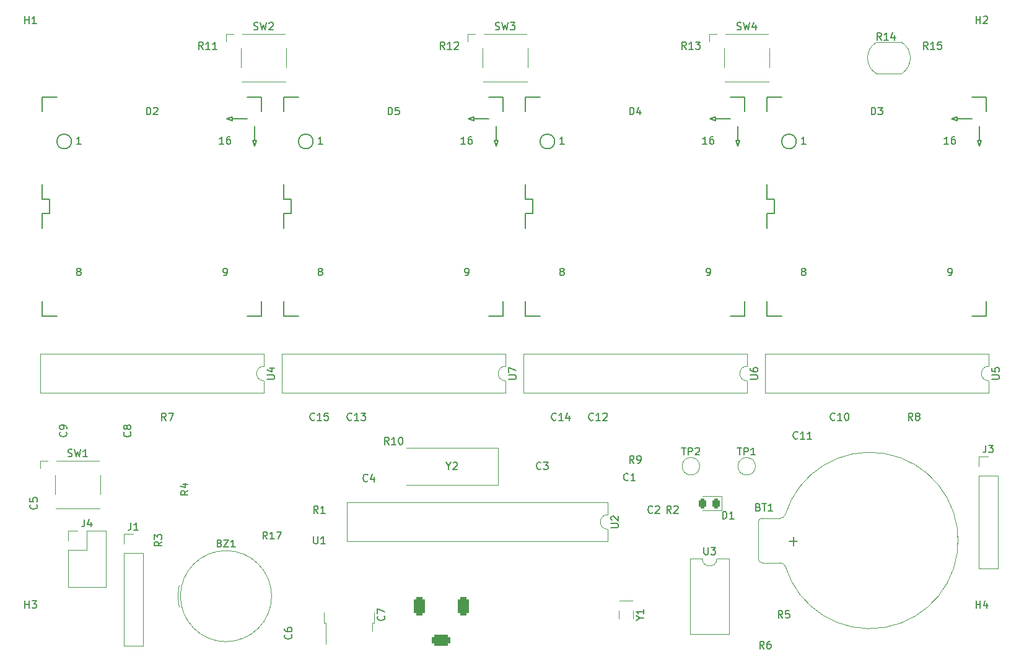
<source format=gbr>
%TF.GenerationSoftware,KiCad,Pcbnew,(6.0.5-0)*%
%TF.CreationDate,2022-07-22T01:22:38-04:00*%
%TF.ProjectId,YWS_clock,5957535f-636c-46f6-936b-2e6b69636164,rev?*%
%TF.SameCoordinates,PX4b17a20PY8a12ae0*%
%TF.FileFunction,Legend,Top*%
%TF.FilePolarity,Positive*%
%FSLAX46Y46*%
G04 Gerber Fmt 4.6, Leading zero omitted, Abs format (unit mm)*
G04 Created by KiCad (PCBNEW (6.0.5-0)) date 2022-07-22 01:22:38*
%MOMM*%
%LPD*%
G01*
G04 APERTURE LIST*
G04 Aperture macros list*
%AMRoundRect*
0 Rectangle with rounded corners*
0 $1 Rounding radius*
0 $2 $3 $4 $5 $6 $7 $8 $9 X,Y pos of 4 corners*
0 Add a 4 corners polygon primitive as box body*
4,1,4,$2,$3,$4,$5,$6,$7,$8,$9,$2,$3,0*
0 Add four circle primitives for the rounded corners*
1,1,$1+$1,$2,$3*
1,1,$1+$1,$4,$5*
1,1,$1+$1,$6,$7*
1,1,$1+$1,$8,$9*
0 Add four rect primitives between the rounded corners*
20,1,$1+$1,$2,$3,$4,$5,0*
20,1,$1+$1,$4,$5,$6,$7,0*
20,1,$1+$1,$6,$7,$8,$9,0*
20,1,$1+$1,$8,$9,$2,$3,0*%
G04 Aperture macros list end*
%ADD10C,0.150000*%
%ADD11C,0.120000*%
%ADD12R,1.600000X1.600000*%
%ADD13O,1.600000X1.600000*%
%ADD14C,2.000000*%
%ADD15R,2.000000X2.000000*%
%ADD16C,3.200000*%
%ADD17R,1.400000X1.150000*%
%ADD18R,1.800000X1.000000*%
%ADD19C,1.524000*%
%ADD20R,1.150000X1.400000*%
%ADD21R,1.700000X1.700000*%
%ADD22O,1.700000X1.700000*%
%ADD23R,1.600000X1.400000*%
%ADD24RoundRect,0.400000X0.400000X-0.900000X0.400000X0.900000X-0.400000X0.900000X-0.400000X-0.900000X0*%
%ADD25RoundRect,0.400000X0.900000X-0.400000X0.900000X0.400000X-0.900000X0.400000X-0.900000X-0.400000X0*%
%ADD26C,1.600000*%
%ADD27R,4.500000X2.000000*%
%ADD28R,1.200000X2.200000*%
%ADD29R,5.800000X6.400000*%
%ADD30R,3.000000X3.000000*%
%ADD31C,3.000000*%
%ADD32RoundRect,0.243750X0.243750X0.456250X-0.243750X0.456250X-0.243750X-0.456250X0.243750X-0.456250X0*%
G04 APERTURE END LIST*
D10*
%TO.C,U5*%
X137677380Y39868096D02*
X138486904Y39868096D01*
X138582142Y39915715D01*
X138629761Y39963334D01*
X138677380Y40058572D01*
X138677380Y40249048D01*
X138629761Y40344286D01*
X138582142Y40391905D01*
X138486904Y40439524D01*
X137677380Y40439524D01*
X137677380Y41391905D02*
X137677380Y40915715D01*
X138153571Y40868096D01*
X138105952Y40915715D01*
X138058333Y41010953D01*
X138058333Y41249048D01*
X138105952Y41344286D01*
X138153571Y41391905D01*
X138248809Y41439524D01*
X138486904Y41439524D01*
X138582142Y41391905D01*
X138629761Y41344286D01*
X138677380Y41249048D01*
X138677380Y41010953D01*
X138629761Y40915715D01*
X138582142Y40868096D01*
%TO.C,TP1*%
X102878095Y30485620D02*
X103449523Y30485620D01*
X103163809Y29485620D02*
X103163809Y30485620D01*
X103782857Y29485620D02*
X103782857Y30485620D01*
X104163809Y30485620D01*
X104259047Y30438000D01*
X104306666Y30390381D01*
X104354285Y30295143D01*
X104354285Y30152286D01*
X104306666Y30057048D01*
X104259047Y30009429D01*
X104163809Y29961810D01*
X103782857Y29961810D01*
X105306666Y29485620D02*
X104735238Y29485620D01*
X105020952Y29485620D02*
X105020952Y30485620D01*
X104925714Y30342762D01*
X104830476Y30247524D01*
X104735238Y30199905D01*
%TO.C,BZ1*%
X32099047Y17401429D02*
X32241904Y17353810D01*
X32289523Y17306191D01*
X32337142Y17210953D01*
X32337142Y17068096D01*
X32289523Y16972858D01*
X32241904Y16925239D01*
X32146666Y16877620D01*
X31765714Y16877620D01*
X31765714Y17877620D01*
X32099047Y17877620D01*
X32194285Y17830000D01*
X32241904Y17782381D01*
X32289523Y17687143D01*
X32289523Y17591905D01*
X32241904Y17496667D01*
X32194285Y17449048D01*
X32099047Y17401429D01*
X31765714Y17401429D01*
X32670476Y17877620D02*
X33337142Y17877620D01*
X32670476Y16877620D01*
X33337142Y16877620D01*
X34241904Y16877620D02*
X33670476Y16877620D01*
X33956190Y16877620D02*
X33956190Y17877620D01*
X33860952Y17734762D01*
X33765714Y17639524D01*
X33670476Y17591905D01*
%TO.C,H4*%
X135498095Y8527620D02*
X135498095Y9527620D01*
X135498095Y9051429D02*
X136069523Y9051429D01*
X136069523Y8527620D02*
X136069523Y9527620D01*
X136974285Y9194286D02*
X136974285Y8527620D01*
X136736190Y9575239D02*
X136498095Y8860953D01*
X137117142Y8860953D01*
%TO.C,C9*%
X11137142Y32613334D02*
X11184761Y32565715D01*
X11232380Y32422858D01*
X11232380Y32327620D01*
X11184761Y32184762D01*
X11089523Y32089524D01*
X10994285Y32041905D01*
X10803809Y31994286D01*
X10660952Y31994286D01*
X10470476Y32041905D01*
X10375238Y32089524D01*
X10280000Y32184762D01*
X10232380Y32327620D01*
X10232380Y32422858D01*
X10280000Y32565715D01*
X10327619Y32613334D01*
X11232380Y33089524D02*
X11232380Y33280000D01*
X11184761Y33375239D01*
X11137142Y33422858D01*
X10994285Y33518096D01*
X10803809Y33565715D01*
X10422857Y33565715D01*
X10327619Y33518096D01*
X10280000Y33470477D01*
X10232380Y33375239D01*
X10232380Y33184762D01*
X10280000Y33089524D01*
X10327619Y33041905D01*
X10422857Y32994286D01*
X10660952Y32994286D01*
X10756190Y33041905D01*
X10803809Y33089524D01*
X10851428Y33184762D01*
X10851428Y33375239D01*
X10803809Y33470477D01*
X10756190Y33518096D01*
X10660952Y33565715D01*
%TO.C,C6*%
X41887142Y4913334D02*
X41934761Y4865715D01*
X41982380Y4722858D01*
X41982380Y4627620D01*
X41934761Y4484762D01*
X41839523Y4389524D01*
X41744285Y4341905D01*
X41553809Y4294286D01*
X41410952Y4294286D01*
X41220476Y4341905D01*
X41125238Y4389524D01*
X41030000Y4484762D01*
X40982380Y4627620D01*
X40982380Y4722858D01*
X41030000Y4865715D01*
X41077619Y4913334D01*
X40982380Y5770477D02*
X40982380Y5580000D01*
X41030000Y5484762D01*
X41077619Y5437143D01*
X41220476Y5341905D01*
X41410952Y5294286D01*
X41791904Y5294286D01*
X41887142Y5341905D01*
X41934761Y5389524D01*
X41982380Y5484762D01*
X41982380Y5675239D01*
X41934761Y5770477D01*
X41887142Y5818096D01*
X41791904Y5865715D01*
X41553809Y5865715D01*
X41458571Y5818096D01*
X41410952Y5770477D01*
X41363333Y5675239D01*
X41363333Y5484762D01*
X41410952Y5389524D01*
X41458571Y5341905D01*
X41553809Y5294286D01*
%TO.C,Y1*%
X89576190Y7143810D02*
X90052380Y7143810D01*
X89052380Y6810477D02*
X89576190Y7143810D01*
X89052380Y7477143D01*
X90052380Y8334286D02*
X90052380Y7762858D01*
X90052380Y8048572D02*
X89052380Y8048572D01*
X89195238Y7953334D01*
X89290476Y7858096D01*
X89338095Y7762858D01*
%TO.C,U3*%
X98308095Y16837620D02*
X98308095Y16028096D01*
X98355714Y15932858D01*
X98403333Y15885239D01*
X98498571Y15837620D01*
X98689047Y15837620D01*
X98784285Y15885239D01*
X98831904Y15932858D01*
X98879523Y16028096D01*
X98879523Y16837620D01*
X99260476Y16837620D02*
X99879523Y16837620D01*
X99546190Y16456667D01*
X99689047Y16456667D01*
X99784285Y16409048D01*
X99831904Y16361429D01*
X99879523Y16266191D01*
X99879523Y16028096D01*
X99831904Y15932858D01*
X99784285Y15885239D01*
X99689047Y15837620D01*
X99403333Y15837620D01*
X99308095Y15885239D01*
X99260476Y15932858D01*
%TO.C,D4*%
X88161904Y76047620D02*
X88161904Y77047620D01*
X88400000Y77047620D01*
X88542857Y77000000D01*
X88638095Y76904762D01*
X88685714Y76809524D01*
X88733333Y76619048D01*
X88733333Y76476191D01*
X88685714Y76285715D01*
X88638095Y76190477D01*
X88542857Y76095239D01*
X88400000Y76047620D01*
X88161904Y76047620D01*
X89590476Y76714286D02*
X89590476Y76047620D01*
X89352380Y77095239D02*
X89114285Y76380953D01*
X89733333Y76380953D01*
X98709523Y72047620D02*
X98138095Y72047620D01*
X98423809Y72047620D02*
X98423809Y73047620D01*
X98328571Y72904762D01*
X98233333Y72809524D01*
X98138095Y72761905D01*
X99566666Y73047620D02*
X99376190Y73047620D01*
X99280952Y73000000D01*
X99233333Y72952381D01*
X99138095Y72809524D01*
X99090476Y72619048D01*
X99090476Y72238096D01*
X99138095Y72142858D01*
X99185714Y72095239D01*
X99280952Y72047620D01*
X99471428Y72047620D01*
X99566666Y72095239D01*
X99614285Y72142858D01*
X99661904Y72238096D01*
X99661904Y72476191D01*
X99614285Y72571429D01*
X99566666Y72619048D01*
X99471428Y72666667D01*
X99280952Y72666667D01*
X99185714Y72619048D01*
X99138095Y72571429D01*
X99090476Y72476191D01*
X78804761Y54619048D02*
X78709523Y54666667D01*
X78661904Y54714286D01*
X78614285Y54809524D01*
X78614285Y54857143D01*
X78661904Y54952381D01*
X78709523Y55000000D01*
X78804761Y55047620D01*
X78995238Y55047620D01*
X79090476Y55000000D01*
X79138095Y54952381D01*
X79185714Y54857143D01*
X79185714Y54809524D01*
X79138095Y54714286D01*
X79090476Y54666667D01*
X78995238Y54619048D01*
X78804761Y54619048D01*
X78709523Y54571429D01*
X78661904Y54523810D01*
X78614285Y54428572D01*
X78614285Y54238096D01*
X78661904Y54142858D01*
X78709523Y54095239D01*
X78804761Y54047620D01*
X78995238Y54047620D01*
X79090476Y54095239D01*
X79138095Y54142858D01*
X79185714Y54238096D01*
X79185714Y54428572D01*
X79138095Y54523810D01*
X79090476Y54571429D01*
X78995238Y54619048D01*
X79185714Y72047620D02*
X78614285Y72047620D01*
X78900000Y72047620D02*
X78900000Y73047620D01*
X78804761Y72904762D01*
X78709523Y72809524D01*
X78614285Y72761905D01*
X98709523Y54047620D02*
X98900000Y54047620D01*
X98995238Y54095239D01*
X99042857Y54142858D01*
X99138095Y54285715D01*
X99185714Y54476191D01*
X99185714Y54857143D01*
X99138095Y54952381D01*
X99090476Y55000000D01*
X98995238Y55047620D01*
X98804761Y55047620D01*
X98709523Y55000000D01*
X98661904Y54952381D01*
X98614285Y54857143D01*
X98614285Y54619048D01*
X98661904Y54523810D01*
X98709523Y54476191D01*
X98804761Y54428572D01*
X98995238Y54428572D01*
X99090476Y54476191D01*
X99138095Y54523810D01*
X99185714Y54619048D01*
%TO.C,R5*%
X109053333Y7167620D02*
X108720000Y7643810D01*
X108481904Y7167620D02*
X108481904Y8167620D01*
X108862857Y8167620D01*
X108958095Y8120000D01*
X109005714Y8072381D01*
X109053333Y7977143D01*
X109053333Y7834286D01*
X109005714Y7739048D01*
X108958095Y7691429D01*
X108862857Y7643810D01*
X108481904Y7643810D01*
X109958095Y8167620D02*
X109481904Y8167620D01*
X109434285Y7691429D01*
X109481904Y7739048D01*
X109577142Y7786667D01*
X109815238Y7786667D01*
X109910476Y7739048D01*
X109958095Y7691429D01*
X110005714Y7596191D01*
X110005714Y7358096D01*
X109958095Y7262858D01*
X109910476Y7215239D01*
X109815238Y7167620D01*
X109577142Y7167620D01*
X109481904Y7215239D01*
X109434285Y7262858D01*
%TO.C,C1*%
X87943333Y26072858D02*
X87895714Y26025239D01*
X87752857Y25977620D01*
X87657619Y25977620D01*
X87514761Y26025239D01*
X87419523Y26120477D01*
X87371904Y26215715D01*
X87324285Y26406191D01*
X87324285Y26549048D01*
X87371904Y26739524D01*
X87419523Y26834762D01*
X87514761Y26930000D01*
X87657619Y26977620D01*
X87752857Y26977620D01*
X87895714Y26930000D01*
X87943333Y26882381D01*
X88895714Y25977620D02*
X88324285Y25977620D01*
X88610000Y25977620D02*
X88610000Y26977620D01*
X88514761Y26834762D01*
X88419523Y26739524D01*
X88324285Y26691905D01*
%TO.C,R17*%
X38617142Y17977620D02*
X38283809Y18453810D01*
X38045714Y17977620D02*
X38045714Y18977620D01*
X38426666Y18977620D01*
X38521904Y18930000D01*
X38569523Y18882381D01*
X38617142Y18787143D01*
X38617142Y18644286D01*
X38569523Y18549048D01*
X38521904Y18501429D01*
X38426666Y18453810D01*
X38045714Y18453810D01*
X39569523Y17977620D02*
X38998095Y17977620D01*
X39283809Y17977620D02*
X39283809Y18977620D01*
X39188571Y18834762D01*
X39093333Y18739524D01*
X38998095Y18691905D01*
X39902857Y18977620D02*
X40569523Y18977620D01*
X40140952Y17977620D01*
%TO.C,C14*%
X78097142Y34312858D02*
X78049523Y34265239D01*
X77906666Y34217620D01*
X77811428Y34217620D01*
X77668571Y34265239D01*
X77573333Y34360477D01*
X77525714Y34455715D01*
X77478095Y34646191D01*
X77478095Y34789048D01*
X77525714Y34979524D01*
X77573333Y35074762D01*
X77668571Y35170000D01*
X77811428Y35217620D01*
X77906666Y35217620D01*
X78049523Y35170000D01*
X78097142Y35122381D01*
X79049523Y34217620D02*
X78478095Y34217620D01*
X78763809Y34217620D02*
X78763809Y35217620D01*
X78668571Y35074762D01*
X78573333Y34979524D01*
X78478095Y34931905D01*
X79906666Y34884286D02*
X79906666Y34217620D01*
X79668571Y35265239D02*
X79430476Y34550953D01*
X80049523Y34550953D01*
%TO.C,J3*%
X136826666Y30817620D02*
X136826666Y30103334D01*
X136779047Y29960477D01*
X136683809Y29865239D01*
X136540952Y29817620D01*
X136445714Y29817620D01*
X137207619Y30817620D02*
X137826666Y30817620D01*
X137493333Y30436667D01*
X137636190Y30436667D01*
X137731428Y30389048D01*
X137779047Y30341429D01*
X137826666Y30246191D01*
X137826666Y30008096D01*
X137779047Y29912858D01*
X137731428Y29865239D01*
X137636190Y29817620D01*
X137350476Y29817620D01*
X137255238Y29865239D01*
X137207619Y29912858D01*
%TO.C,R6*%
X106513333Y2977620D02*
X106180000Y3453810D01*
X105941904Y2977620D02*
X105941904Y3977620D01*
X106322857Y3977620D01*
X106418095Y3930000D01*
X106465714Y3882381D01*
X106513333Y3787143D01*
X106513333Y3644286D01*
X106465714Y3549048D01*
X106418095Y3501429D01*
X106322857Y3453810D01*
X105941904Y3453810D01*
X107370476Y3977620D02*
X107180000Y3977620D01*
X107084761Y3930000D01*
X107037142Y3882381D01*
X106941904Y3739524D01*
X106894285Y3549048D01*
X106894285Y3168096D01*
X106941904Y3072858D01*
X106989523Y3025239D01*
X107084761Y2977620D01*
X107275238Y2977620D01*
X107370476Y3025239D01*
X107418095Y3072858D01*
X107465714Y3168096D01*
X107465714Y3406191D01*
X107418095Y3501429D01*
X107370476Y3549048D01*
X107275238Y3596667D01*
X107084761Y3596667D01*
X106989523Y3549048D01*
X106941904Y3501429D01*
X106894285Y3406191D01*
%TO.C,SW3*%
X69786666Y87715239D02*
X69929523Y87667620D01*
X70167619Y87667620D01*
X70262857Y87715239D01*
X70310476Y87762858D01*
X70358095Y87858096D01*
X70358095Y87953334D01*
X70310476Y88048572D01*
X70262857Y88096191D01*
X70167619Y88143810D01*
X69977142Y88191429D01*
X69881904Y88239048D01*
X69834285Y88286667D01*
X69786666Y88381905D01*
X69786666Y88477143D01*
X69834285Y88572381D01*
X69881904Y88620000D01*
X69977142Y88667620D01*
X70215238Y88667620D01*
X70358095Y88620000D01*
X70691428Y88667620D02*
X70929523Y87667620D01*
X71120000Y88381905D01*
X71310476Y87667620D01*
X71548571Y88667620D01*
X71834285Y88667620D02*
X72453333Y88667620D01*
X72120000Y88286667D01*
X72262857Y88286667D01*
X72358095Y88239048D01*
X72405714Y88191429D01*
X72453333Y88096191D01*
X72453333Y87858096D01*
X72405714Y87762858D01*
X72358095Y87715239D01*
X72262857Y87667620D01*
X71977142Y87667620D01*
X71881904Y87715239D01*
X71834285Y87762858D01*
%TO.C,R13*%
X95877142Y85017620D02*
X95543809Y85493810D01*
X95305714Y85017620D02*
X95305714Y86017620D01*
X95686666Y86017620D01*
X95781904Y85970000D01*
X95829523Y85922381D01*
X95877142Y85827143D01*
X95877142Y85684286D01*
X95829523Y85589048D01*
X95781904Y85541429D01*
X95686666Y85493810D01*
X95305714Y85493810D01*
X96829523Y85017620D02*
X96258095Y85017620D01*
X96543809Y85017620D02*
X96543809Y86017620D01*
X96448571Y85874762D01*
X96353333Y85779524D01*
X96258095Y85731905D01*
X97162857Y86017620D02*
X97781904Y86017620D01*
X97448571Y85636667D01*
X97591428Y85636667D01*
X97686666Y85589048D01*
X97734285Y85541429D01*
X97781904Y85446191D01*
X97781904Y85208096D01*
X97734285Y85112858D01*
X97686666Y85065239D01*
X97591428Y85017620D01*
X97305714Y85017620D01*
X97210476Y85065239D01*
X97162857Y85112858D01*
%TO.C,C3*%
X76033333Y27582858D02*
X75985714Y27535239D01*
X75842857Y27487620D01*
X75747619Y27487620D01*
X75604761Y27535239D01*
X75509523Y27630477D01*
X75461904Y27725715D01*
X75414285Y27916191D01*
X75414285Y28059048D01*
X75461904Y28249524D01*
X75509523Y28344762D01*
X75604761Y28440000D01*
X75747619Y28487620D01*
X75842857Y28487620D01*
X75985714Y28440000D01*
X76033333Y28392381D01*
X76366666Y28487620D02*
X76985714Y28487620D01*
X76652380Y28106667D01*
X76795238Y28106667D01*
X76890476Y28059048D01*
X76938095Y28011429D01*
X76985714Y27916191D01*
X76985714Y27678096D01*
X76938095Y27582858D01*
X76890476Y27535239D01*
X76795238Y27487620D01*
X76509523Y27487620D01*
X76414285Y27535239D01*
X76366666Y27582858D01*
%TO.C,R1*%
X45553333Y21517620D02*
X45220000Y21993810D01*
X44981904Y21517620D02*
X44981904Y22517620D01*
X45362857Y22517620D01*
X45458095Y22470000D01*
X45505714Y22422381D01*
X45553333Y22327143D01*
X45553333Y22184286D01*
X45505714Y22089048D01*
X45458095Y22041429D01*
X45362857Y21993810D01*
X44981904Y21993810D01*
X46505714Y21517620D02*
X45934285Y21517620D01*
X46220000Y21517620D02*
X46220000Y22517620D01*
X46124761Y22374762D01*
X46029523Y22279524D01*
X45934285Y22231905D01*
%TO.C,D2*%
X22121904Y76047620D02*
X22121904Y77047620D01*
X22360000Y77047620D01*
X22502857Y77000000D01*
X22598095Y76904762D01*
X22645714Y76809524D01*
X22693333Y76619048D01*
X22693333Y76476191D01*
X22645714Y76285715D01*
X22598095Y76190477D01*
X22502857Y76095239D01*
X22360000Y76047620D01*
X22121904Y76047620D01*
X23074285Y76952381D02*
X23121904Y77000000D01*
X23217142Y77047620D01*
X23455238Y77047620D01*
X23550476Y77000000D01*
X23598095Y76952381D01*
X23645714Y76857143D01*
X23645714Y76761905D01*
X23598095Y76619048D01*
X23026666Y76047620D01*
X23645714Y76047620D01*
X13145714Y72047620D02*
X12574285Y72047620D01*
X12860000Y72047620D02*
X12860000Y73047620D01*
X12764761Y72904762D01*
X12669523Y72809524D01*
X12574285Y72761905D01*
X32669523Y54047620D02*
X32860000Y54047620D01*
X32955238Y54095239D01*
X33002857Y54142858D01*
X33098095Y54285715D01*
X33145714Y54476191D01*
X33145714Y54857143D01*
X33098095Y54952381D01*
X33050476Y55000000D01*
X32955238Y55047620D01*
X32764761Y55047620D01*
X32669523Y55000000D01*
X32621904Y54952381D01*
X32574285Y54857143D01*
X32574285Y54619048D01*
X32621904Y54523810D01*
X32669523Y54476191D01*
X32764761Y54428572D01*
X32955238Y54428572D01*
X33050476Y54476191D01*
X33098095Y54523810D01*
X33145714Y54619048D01*
X12764761Y54619048D02*
X12669523Y54666667D01*
X12621904Y54714286D01*
X12574285Y54809524D01*
X12574285Y54857143D01*
X12621904Y54952381D01*
X12669523Y55000000D01*
X12764761Y55047620D01*
X12955238Y55047620D01*
X13050476Y55000000D01*
X13098095Y54952381D01*
X13145714Y54857143D01*
X13145714Y54809524D01*
X13098095Y54714286D01*
X13050476Y54666667D01*
X12955238Y54619048D01*
X12764761Y54619048D01*
X12669523Y54571429D01*
X12621904Y54523810D01*
X12574285Y54428572D01*
X12574285Y54238096D01*
X12621904Y54142858D01*
X12669523Y54095239D01*
X12764761Y54047620D01*
X12955238Y54047620D01*
X13050476Y54095239D01*
X13098095Y54142858D01*
X13145714Y54238096D01*
X13145714Y54428572D01*
X13098095Y54523810D01*
X13050476Y54571429D01*
X12955238Y54619048D01*
X32669523Y72047620D02*
X32098095Y72047620D01*
X32383809Y72047620D02*
X32383809Y73047620D01*
X32288571Y72904762D01*
X32193333Y72809524D01*
X32098095Y72761905D01*
X33526666Y73047620D02*
X33336190Y73047620D01*
X33240952Y73000000D01*
X33193333Y72952381D01*
X33098095Y72809524D01*
X33050476Y72619048D01*
X33050476Y72238096D01*
X33098095Y72142858D01*
X33145714Y72095239D01*
X33240952Y72047620D01*
X33431428Y72047620D01*
X33526666Y72095239D01*
X33574285Y72142858D01*
X33621904Y72238096D01*
X33621904Y72476191D01*
X33574285Y72571429D01*
X33526666Y72619048D01*
X33431428Y72666667D01*
X33240952Y72666667D01*
X33145714Y72619048D01*
X33098095Y72571429D01*
X33050476Y72476191D01*
%TO.C,H2*%
X135498095Y88527620D02*
X135498095Y89527620D01*
X135498095Y89051429D02*
X136069523Y89051429D01*
X136069523Y88527620D02*
X136069523Y89527620D01*
X136498095Y89432381D02*
X136545714Y89480000D01*
X136640952Y89527620D01*
X136879047Y89527620D01*
X136974285Y89480000D01*
X137021904Y89432381D01*
X137069523Y89337143D01*
X137069523Y89241905D01*
X137021904Y89099048D01*
X136450476Y88527620D01*
X137069523Y88527620D01*
%TO.C,C12*%
X83177142Y34312858D02*
X83129523Y34265239D01*
X82986666Y34217620D01*
X82891428Y34217620D01*
X82748571Y34265239D01*
X82653333Y34360477D01*
X82605714Y34455715D01*
X82558095Y34646191D01*
X82558095Y34789048D01*
X82605714Y34979524D01*
X82653333Y35074762D01*
X82748571Y35170000D01*
X82891428Y35217620D01*
X82986666Y35217620D01*
X83129523Y35170000D01*
X83177142Y35122381D01*
X84129523Y34217620D02*
X83558095Y34217620D01*
X83843809Y34217620D02*
X83843809Y35217620D01*
X83748571Y35074762D01*
X83653333Y34979524D01*
X83558095Y34931905D01*
X84510476Y35122381D02*
X84558095Y35170000D01*
X84653333Y35217620D01*
X84891428Y35217620D01*
X84986666Y35170000D01*
X85034285Y35122381D01*
X85081904Y35027143D01*
X85081904Y34931905D01*
X85034285Y34789048D01*
X84462857Y34217620D01*
X85081904Y34217620D01*
%TO.C,R15*%
X128897142Y85017620D02*
X128563809Y85493810D01*
X128325714Y85017620D02*
X128325714Y86017620D01*
X128706666Y86017620D01*
X128801904Y85970000D01*
X128849523Y85922381D01*
X128897142Y85827143D01*
X128897142Y85684286D01*
X128849523Y85589048D01*
X128801904Y85541429D01*
X128706666Y85493810D01*
X128325714Y85493810D01*
X129849523Y85017620D02*
X129278095Y85017620D01*
X129563809Y85017620D02*
X129563809Y86017620D01*
X129468571Y85874762D01*
X129373333Y85779524D01*
X129278095Y85731905D01*
X130754285Y86017620D02*
X130278095Y86017620D01*
X130230476Y85541429D01*
X130278095Y85589048D01*
X130373333Y85636667D01*
X130611428Y85636667D01*
X130706666Y85589048D01*
X130754285Y85541429D01*
X130801904Y85446191D01*
X130801904Y85208096D01*
X130754285Y85112858D01*
X130706666Y85065239D01*
X130611428Y85017620D01*
X130373333Y85017620D01*
X130278095Y85065239D01*
X130230476Y85112858D01*
%TO.C,C8*%
X19897142Y32613334D02*
X19944761Y32565715D01*
X19992380Y32422858D01*
X19992380Y32327620D01*
X19944761Y32184762D01*
X19849523Y32089524D01*
X19754285Y32041905D01*
X19563809Y31994286D01*
X19420952Y31994286D01*
X19230476Y32041905D01*
X19135238Y32089524D01*
X19040000Y32184762D01*
X18992380Y32327620D01*
X18992380Y32422858D01*
X19040000Y32565715D01*
X19087619Y32613334D01*
X19420952Y33184762D02*
X19373333Y33089524D01*
X19325714Y33041905D01*
X19230476Y32994286D01*
X19182857Y32994286D01*
X19087619Y33041905D01*
X19040000Y33089524D01*
X18992380Y33184762D01*
X18992380Y33375239D01*
X19040000Y33470477D01*
X19087619Y33518096D01*
X19182857Y33565715D01*
X19230476Y33565715D01*
X19325714Y33518096D01*
X19373333Y33470477D01*
X19420952Y33375239D01*
X19420952Y33184762D01*
X19468571Y33089524D01*
X19516190Y33041905D01*
X19611428Y32994286D01*
X19801904Y32994286D01*
X19897142Y33041905D01*
X19944761Y33089524D01*
X19992380Y33184762D01*
X19992380Y33375239D01*
X19944761Y33470477D01*
X19897142Y33518096D01*
X19801904Y33565715D01*
X19611428Y33565715D01*
X19516190Y33518096D01*
X19468571Y33470477D01*
X19420952Y33375239D01*
%TO.C,R14*%
X122547142Y86267620D02*
X122213809Y86743810D01*
X121975714Y86267620D02*
X121975714Y87267620D01*
X122356666Y87267620D01*
X122451904Y87220000D01*
X122499523Y87172381D01*
X122547142Y87077143D01*
X122547142Y86934286D01*
X122499523Y86839048D01*
X122451904Y86791429D01*
X122356666Y86743810D01*
X121975714Y86743810D01*
X123499523Y86267620D02*
X122928095Y86267620D01*
X123213809Y86267620D02*
X123213809Y87267620D01*
X123118571Y87124762D01*
X123023333Y87029524D01*
X122928095Y86981905D01*
X124356666Y86934286D02*
X124356666Y86267620D01*
X124118571Y87315239D02*
X123880476Y86600953D01*
X124499523Y86600953D01*
%TO.C,H3*%
X5498095Y8527620D02*
X5498095Y9527620D01*
X5498095Y9051429D02*
X6069523Y9051429D01*
X6069523Y8527620D02*
X6069523Y9527620D01*
X6450476Y9527620D02*
X7069523Y9527620D01*
X6736190Y9146667D01*
X6879047Y9146667D01*
X6974285Y9099048D01*
X7021904Y9051429D01*
X7069523Y8956191D01*
X7069523Y8718096D01*
X7021904Y8622858D01*
X6974285Y8575239D01*
X6879047Y8527620D01*
X6593333Y8527620D01*
X6498095Y8575239D01*
X6450476Y8622858D01*
%TO.C,R11*%
X29837142Y85017620D02*
X29503809Y85493810D01*
X29265714Y85017620D02*
X29265714Y86017620D01*
X29646666Y86017620D01*
X29741904Y85970000D01*
X29789523Y85922381D01*
X29837142Y85827143D01*
X29837142Y85684286D01*
X29789523Y85589048D01*
X29741904Y85541429D01*
X29646666Y85493810D01*
X29265714Y85493810D01*
X30789523Y85017620D02*
X30218095Y85017620D01*
X30503809Y85017620D02*
X30503809Y86017620D01*
X30408571Y85874762D01*
X30313333Y85779524D01*
X30218095Y85731905D01*
X31741904Y85017620D02*
X31170476Y85017620D01*
X31456190Y85017620D02*
X31456190Y86017620D01*
X31360952Y85874762D01*
X31265714Y85779524D01*
X31170476Y85731905D01*
%TO.C,U2*%
X85602380Y19548096D02*
X86411904Y19548096D01*
X86507142Y19595715D01*
X86554761Y19643334D01*
X86602380Y19738572D01*
X86602380Y19929048D01*
X86554761Y20024286D01*
X86507142Y20071905D01*
X86411904Y20119524D01*
X85602380Y20119524D01*
X85697619Y20548096D02*
X85650000Y20595715D01*
X85602380Y20690953D01*
X85602380Y20929048D01*
X85650000Y21024286D01*
X85697619Y21071905D01*
X85792857Y21119524D01*
X85888095Y21119524D01*
X86030952Y21071905D01*
X86602380Y20500477D01*
X86602380Y21119524D01*
%TO.C,Y2*%
X63423809Y27963810D02*
X63423809Y27487620D01*
X63090476Y28487620D02*
X63423809Y27963810D01*
X63757142Y28487620D01*
X64042857Y28392381D02*
X64090476Y28440000D01*
X64185714Y28487620D01*
X64423809Y28487620D01*
X64519047Y28440000D01*
X64566666Y28392381D01*
X64614285Y28297143D01*
X64614285Y28201905D01*
X64566666Y28059048D01*
X63995238Y27487620D01*
X64614285Y27487620D01*
%TO.C,SW2*%
X36766666Y87715239D02*
X36909523Y87667620D01*
X37147619Y87667620D01*
X37242857Y87715239D01*
X37290476Y87762858D01*
X37338095Y87858096D01*
X37338095Y87953334D01*
X37290476Y88048572D01*
X37242857Y88096191D01*
X37147619Y88143810D01*
X36957142Y88191429D01*
X36861904Y88239048D01*
X36814285Y88286667D01*
X36766666Y88381905D01*
X36766666Y88477143D01*
X36814285Y88572381D01*
X36861904Y88620000D01*
X36957142Y88667620D01*
X37195238Y88667620D01*
X37338095Y88620000D01*
X37671428Y88667620D02*
X37909523Y87667620D01*
X38100000Y88381905D01*
X38290476Y87667620D01*
X38528571Y88667620D01*
X38861904Y88572381D02*
X38909523Y88620000D01*
X39004761Y88667620D01*
X39242857Y88667620D01*
X39338095Y88620000D01*
X39385714Y88572381D01*
X39433333Y88477143D01*
X39433333Y88381905D01*
X39385714Y88239048D01*
X38814285Y87667620D01*
X39433333Y87667620D01*
%TO.C,R10*%
X55237142Y30917620D02*
X54903809Y31393810D01*
X54665714Y30917620D02*
X54665714Y31917620D01*
X55046666Y31917620D01*
X55141904Y31870000D01*
X55189523Y31822381D01*
X55237142Y31727143D01*
X55237142Y31584286D01*
X55189523Y31489048D01*
X55141904Y31441429D01*
X55046666Y31393810D01*
X54665714Y31393810D01*
X56189523Y30917620D02*
X55618095Y30917620D01*
X55903809Y30917620D02*
X55903809Y31917620D01*
X55808571Y31774762D01*
X55713333Y31679524D01*
X55618095Y31631905D01*
X56808571Y31917620D02*
X56903809Y31917620D01*
X56999047Y31870000D01*
X57046666Y31822381D01*
X57094285Y31727143D01*
X57141904Y31536667D01*
X57141904Y31298572D01*
X57094285Y31108096D01*
X57046666Y31012858D01*
X56999047Y30965239D01*
X56903809Y30917620D01*
X56808571Y30917620D01*
X56713333Y30965239D01*
X56665714Y31012858D01*
X56618095Y31108096D01*
X56570476Y31298572D01*
X56570476Y31536667D01*
X56618095Y31727143D01*
X56665714Y31822381D01*
X56713333Y31870000D01*
X56808571Y31917620D01*
%TO.C,R4*%
X27772380Y24613334D02*
X27296190Y24280000D01*
X27772380Y24041905D02*
X26772380Y24041905D01*
X26772380Y24422858D01*
X26820000Y24518096D01*
X26867619Y24565715D01*
X26962857Y24613334D01*
X27105714Y24613334D01*
X27200952Y24565715D01*
X27248571Y24518096D01*
X27296190Y24422858D01*
X27296190Y24041905D01*
X27105714Y25470477D02*
X27772380Y25470477D01*
X26724761Y25232381D02*
X27439047Y24994286D01*
X27439047Y25613334D01*
%TO.C,H1*%
X5498095Y88527620D02*
X5498095Y89527620D01*
X5498095Y89051429D02*
X6069523Y89051429D01*
X6069523Y88527620D02*
X6069523Y89527620D01*
X7069523Y88527620D02*
X6498095Y88527620D01*
X6783809Y88527620D02*
X6783809Y89527620D01*
X6688571Y89384762D01*
X6593333Y89289524D01*
X6498095Y89241905D01*
%TO.C,SW4*%
X102806666Y87715239D02*
X102949523Y87667620D01*
X103187619Y87667620D01*
X103282857Y87715239D01*
X103330476Y87762858D01*
X103378095Y87858096D01*
X103378095Y87953334D01*
X103330476Y88048572D01*
X103282857Y88096191D01*
X103187619Y88143810D01*
X102997142Y88191429D01*
X102901904Y88239048D01*
X102854285Y88286667D01*
X102806666Y88381905D01*
X102806666Y88477143D01*
X102854285Y88572381D01*
X102901904Y88620000D01*
X102997142Y88667620D01*
X103235238Y88667620D01*
X103378095Y88620000D01*
X103711428Y88667620D02*
X103949523Y87667620D01*
X104140000Y88381905D01*
X104330476Y87667620D01*
X104568571Y88667620D01*
X105378095Y88334286D02*
X105378095Y87667620D01*
X105140000Y88715239D02*
X104901904Y88000953D01*
X105520952Y88000953D01*
%TO.C,D5*%
X55141904Y76047620D02*
X55141904Y77047620D01*
X55380000Y77047620D01*
X55522857Y77000000D01*
X55618095Y76904762D01*
X55665714Y76809524D01*
X55713333Y76619048D01*
X55713333Y76476191D01*
X55665714Y76285715D01*
X55618095Y76190477D01*
X55522857Y76095239D01*
X55380000Y76047620D01*
X55141904Y76047620D01*
X56618095Y77047620D02*
X56141904Y77047620D01*
X56094285Y76571429D01*
X56141904Y76619048D01*
X56237142Y76666667D01*
X56475238Y76666667D01*
X56570476Y76619048D01*
X56618095Y76571429D01*
X56665714Y76476191D01*
X56665714Y76238096D01*
X56618095Y76142858D01*
X56570476Y76095239D01*
X56475238Y76047620D01*
X56237142Y76047620D01*
X56141904Y76095239D01*
X56094285Y76142858D01*
X65689523Y54047620D02*
X65880000Y54047620D01*
X65975238Y54095239D01*
X66022857Y54142858D01*
X66118095Y54285715D01*
X66165714Y54476191D01*
X66165714Y54857143D01*
X66118095Y54952381D01*
X66070476Y55000000D01*
X65975238Y55047620D01*
X65784761Y55047620D01*
X65689523Y55000000D01*
X65641904Y54952381D01*
X65594285Y54857143D01*
X65594285Y54619048D01*
X65641904Y54523810D01*
X65689523Y54476191D01*
X65784761Y54428572D01*
X65975238Y54428572D01*
X66070476Y54476191D01*
X66118095Y54523810D01*
X66165714Y54619048D01*
X65689523Y72047620D02*
X65118095Y72047620D01*
X65403809Y72047620D02*
X65403809Y73047620D01*
X65308571Y72904762D01*
X65213333Y72809524D01*
X65118095Y72761905D01*
X66546666Y73047620D02*
X66356190Y73047620D01*
X66260952Y73000000D01*
X66213333Y72952381D01*
X66118095Y72809524D01*
X66070476Y72619048D01*
X66070476Y72238096D01*
X66118095Y72142858D01*
X66165714Y72095239D01*
X66260952Y72047620D01*
X66451428Y72047620D01*
X66546666Y72095239D01*
X66594285Y72142858D01*
X66641904Y72238096D01*
X66641904Y72476191D01*
X66594285Y72571429D01*
X66546666Y72619048D01*
X66451428Y72666667D01*
X66260952Y72666667D01*
X66165714Y72619048D01*
X66118095Y72571429D01*
X66070476Y72476191D01*
X45784761Y54619048D02*
X45689523Y54666667D01*
X45641904Y54714286D01*
X45594285Y54809524D01*
X45594285Y54857143D01*
X45641904Y54952381D01*
X45689523Y55000000D01*
X45784761Y55047620D01*
X45975238Y55047620D01*
X46070476Y55000000D01*
X46118095Y54952381D01*
X46165714Y54857143D01*
X46165714Y54809524D01*
X46118095Y54714286D01*
X46070476Y54666667D01*
X45975238Y54619048D01*
X45784761Y54619048D01*
X45689523Y54571429D01*
X45641904Y54523810D01*
X45594285Y54428572D01*
X45594285Y54238096D01*
X45641904Y54142858D01*
X45689523Y54095239D01*
X45784761Y54047620D01*
X45975238Y54047620D01*
X46070476Y54095239D01*
X46118095Y54142858D01*
X46165714Y54238096D01*
X46165714Y54428572D01*
X46118095Y54523810D01*
X46070476Y54571429D01*
X45975238Y54619048D01*
X46165714Y72047620D02*
X45594285Y72047620D01*
X45880000Y72047620D02*
X45880000Y73047620D01*
X45784761Y72904762D01*
X45689523Y72809524D01*
X45594285Y72761905D01*
%TO.C,J1*%
X19986666Y20232620D02*
X19986666Y19518334D01*
X19939047Y19375477D01*
X19843809Y19280239D01*
X19700952Y19232620D01*
X19605714Y19232620D01*
X20986666Y19232620D02*
X20415238Y19232620D01*
X20700952Y19232620D02*
X20700952Y20232620D01*
X20605714Y20089762D01*
X20510476Y19994524D01*
X20415238Y19946905D01*
%TO.C,U4*%
X38617380Y39868096D02*
X39426904Y39868096D01*
X39522142Y39915715D01*
X39569761Y39963334D01*
X39617380Y40058572D01*
X39617380Y40249048D01*
X39569761Y40344286D01*
X39522142Y40391905D01*
X39426904Y40439524D01*
X38617380Y40439524D01*
X38950714Y41344286D02*
X39617380Y41344286D01*
X38569761Y41106191D02*
X39284047Y40868096D01*
X39284047Y41487143D01*
%TO.C,U6*%
X104657380Y39868096D02*
X105466904Y39868096D01*
X105562142Y39915715D01*
X105609761Y39963334D01*
X105657380Y40058572D01*
X105657380Y40249048D01*
X105609761Y40344286D01*
X105562142Y40391905D01*
X105466904Y40439524D01*
X104657380Y40439524D01*
X104657380Y41344286D02*
X104657380Y41153810D01*
X104705000Y41058572D01*
X104752619Y41010953D01*
X104895476Y40915715D01*
X105085952Y40868096D01*
X105466904Y40868096D01*
X105562142Y40915715D01*
X105609761Y40963334D01*
X105657380Y41058572D01*
X105657380Y41249048D01*
X105609761Y41344286D01*
X105562142Y41391905D01*
X105466904Y41439524D01*
X105228809Y41439524D01*
X105133571Y41391905D01*
X105085952Y41344286D01*
X105038333Y41249048D01*
X105038333Y41058572D01*
X105085952Y40963334D01*
X105133571Y40915715D01*
X105228809Y40868096D01*
%TO.C,TP2*%
X95258095Y30485620D02*
X95829523Y30485620D01*
X95543809Y29485620D02*
X95543809Y30485620D01*
X96162857Y29485620D02*
X96162857Y30485620D01*
X96543809Y30485620D01*
X96639047Y30438000D01*
X96686666Y30390381D01*
X96734285Y30295143D01*
X96734285Y30152286D01*
X96686666Y30057048D01*
X96639047Y30009429D01*
X96543809Y29961810D01*
X96162857Y29961810D01*
X97115238Y30390381D02*
X97162857Y30438000D01*
X97258095Y30485620D01*
X97496190Y30485620D01*
X97591428Y30438000D01*
X97639047Y30390381D01*
X97686666Y30295143D01*
X97686666Y30199905D01*
X97639047Y30057048D01*
X97067619Y29485620D01*
X97686666Y29485620D01*
%TO.C,C13*%
X50157142Y34312858D02*
X50109523Y34265239D01*
X49966666Y34217620D01*
X49871428Y34217620D01*
X49728571Y34265239D01*
X49633333Y34360477D01*
X49585714Y34455715D01*
X49538095Y34646191D01*
X49538095Y34789048D01*
X49585714Y34979524D01*
X49633333Y35074762D01*
X49728571Y35170000D01*
X49871428Y35217620D01*
X49966666Y35217620D01*
X50109523Y35170000D01*
X50157142Y35122381D01*
X51109523Y34217620D02*
X50538095Y34217620D01*
X50823809Y34217620D02*
X50823809Y35217620D01*
X50728571Y35074762D01*
X50633333Y34979524D01*
X50538095Y34931905D01*
X51442857Y35217620D02*
X52061904Y35217620D01*
X51728571Y34836667D01*
X51871428Y34836667D01*
X51966666Y34789048D01*
X52014285Y34741429D01*
X52061904Y34646191D01*
X52061904Y34408096D01*
X52014285Y34312858D01*
X51966666Y34265239D01*
X51871428Y34217620D01*
X51585714Y34217620D01*
X51490476Y34265239D01*
X51442857Y34312858D01*
%TO.C,U1*%
X44958095Y18327620D02*
X44958095Y17518096D01*
X45005714Y17422858D01*
X45053333Y17375239D01*
X45148571Y17327620D01*
X45339047Y17327620D01*
X45434285Y17375239D01*
X45481904Y17422858D01*
X45529523Y17518096D01*
X45529523Y18327620D01*
X46529523Y17327620D02*
X45958095Y17327620D01*
X46243809Y17327620D02*
X46243809Y18327620D01*
X46148571Y18184762D01*
X46053333Y18089524D01*
X45958095Y18041905D01*
%TO.C,R7*%
X24763333Y34217620D02*
X24430000Y34693810D01*
X24191904Y34217620D02*
X24191904Y35217620D01*
X24572857Y35217620D01*
X24668095Y35170000D01*
X24715714Y35122381D01*
X24763333Y35027143D01*
X24763333Y34884286D01*
X24715714Y34789048D01*
X24668095Y34741429D01*
X24572857Y34693810D01*
X24191904Y34693810D01*
X25096666Y35217620D02*
X25763333Y35217620D01*
X25334761Y34217620D01*
%TO.C,R9*%
X88733333Y28377620D02*
X88400000Y28853810D01*
X88161904Y28377620D02*
X88161904Y29377620D01*
X88542857Y29377620D01*
X88638095Y29330000D01*
X88685714Y29282381D01*
X88733333Y29187143D01*
X88733333Y29044286D01*
X88685714Y28949048D01*
X88638095Y28901429D01*
X88542857Y28853810D01*
X88161904Y28853810D01*
X89209523Y28377620D02*
X89400000Y28377620D01*
X89495238Y28425239D01*
X89542857Y28472858D01*
X89638095Y28615715D01*
X89685714Y28806191D01*
X89685714Y29187143D01*
X89638095Y29282381D01*
X89590476Y29330000D01*
X89495238Y29377620D01*
X89304761Y29377620D01*
X89209523Y29330000D01*
X89161904Y29282381D01*
X89114285Y29187143D01*
X89114285Y28949048D01*
X89161904Y28853810D01*
X89209523Y28806191D01*
X89304761Y28758572D01*
X89495238Y28758572D01*
X89590476Y28806191D01*
X89638095Y28853810D01*
X89685714Y28949048D01*
%TO.C,C2*%
X91273333Y21612858D02*
X91225714Y21565239D01*
X91082857Y21517620D01*
X90987619Y21517620D01*
X90844761Y21565239D01*
X90749523Y21660477D01*
X90701904Y21755715D01*
X90654285Y21946191D01*
X90654285Y22089048D01*
X90701904Y22279524D01*
X90749523Y22374762D01*
X90844761Y22470000D01*
X90987619Y22517620D01*
X91082857Y22517620D01*
X91225714Y22470000D01*
X91273333Y22422381D01*
X91654285Y22422381D02*
X91701904Y22470000D01*
X91797142Y22517620D01*
X92035238Y22517620D01*
X92130476Y22470000D01*
X92178095Y22422381D01*
X92225714Y22327143D01*
X92225714Y22231905D01*
X92178095Y22089048D01*
X91606666Y21517620D01*
X92225714Y21517620D01*
%TO.C,BT1*%
X105730599Y22351412D02*
X105873456Y22303793D01*
X105921075Y22256174D01*
X105968694Y22160936D01*
X105968694Y22018079D01*
X105921075Y21922841D01*
X105873456Y21875222D01*
X105778218Y21827603D01*
X105397266Y21827603D01*
X105397266Y22827603D01*
X105730599Y22827603D01*
X105825837Y22779983D01*
X105873456Y22732364D01*
X105921075Y22637126D01*
X105921075Y22541888D01*
X105873456Y22446650D01*
X105825837Y22399031D01*
X105730599Y22351412D01*
X105397266Y22351412D01*
X106254409Y22827603D02*
X106825837Y22827603D01*
X106540123Y21827603D02*
X106540123Y22827603D01*
X107682980Y21827603D02*
X107111552Y21827603D01*
X107397266Y21827603D02*
X107397266Y22827603D01*
X107302028Y22684745D01*
X107206790Y22589507D01*
X107111552Y22541888D01*
X109944885Y17672841D02*
X111087742Y17672841D01*
X110516314Y17101412D02*
X110516314Y18244269D01*
%TO.C,C11*%
X111117142Y31772858D02*
X111069523Y31725239D01*
X110926666Y31677620D01*
X110831428Y31677620D01*
X110688571Y31725239D01*
X110593333Y31820477D01*
X110545714Y31915715D01*
X110498095Y32106191D01*
X110498095Y32249048D01*
X110545714Y32439524D01*
X110593333Y32534762D01*
X110688571Y32630000D01*
X110831428Y32677620D01*
X110926666Y32677620D01*
X111069523Y32630000D01*
X111117142Y32582381D01*
X112069523Y31677620D02*
X111498095Y31677620D01*
X111783809Y31677620D02*
X111783809Y32677620D01*
X111688571Y32534762D01*
X111593333Y32439524D01*
X111498095Y32391905D01*
X113021904Y31677620D02*
X112450476Y31677620D01*
X112736190Y31677620D02*
X112736190Y32677620D01*
X112640952Y32534762D01*
X112545714Y32439524D01*
X112450476Y32391905D01*
%TO.C,U7*%
X71637380Y39868096D02*
X72446904Y39868096D01*
X72542142Y39915715D01*
X72589761Y39963334D01*
X72637380Y40058572D01*
X72637380Y40249048D01*
X72589761Y40344286D01*
X72542142Y40391905D01*
X72446904Y40439524D01*
X71637380Y40439524D01*
X71637380Y40820477D02*
X71637380Y41487143D01*
X72637380Y41058572D01*
%TO.C,C15*%
X45077142Y34312858D02*
X45029523Y34265239D01*
X44886666Y34217620D01*
X44791428Y34217620D01*
X44648571Y34265239D01*
X44553333Y34360477D01*
X44505714Y34455715D01*
X44458095Y34646191D01*
X44458095Y34789048D01*
X44505714Y34979524D01*
X44553333Y35074762D01*
X44648571Y35170000D01*
X44791428Y35217620D01*
X44886666Y35217620D01*
X45029523Y35170000D01*
X45077142Y35122381D01*
X46029523Y34217620D02*
X45458095Y34217620D01*
X45743809Y34217620D02*
X45743809Y35217620D01*
X45648571Y35074762D01*
X45553333Y34979524D01*
X45458095Y34931905D01*
X46934285Y35217620D02*
X46458095Y35217620D01*
X46410476Y34741429D01*
X46458095Y34789048D01*
X46553333Y34836667D01*
X46791428Y34836667D01*
X46886666Y34789048D01*
X46934285Y34741429D01*
X46981904Y34646191D01*
X46981904Y34408096D01*
X46934285Y34312858D01*
X46886666Y34265239D01*
X46791428Y34217620D01*
X46553333Y34217620D01*
X46458095Y34265239D01*
X46410476Y34312858D01*
%TO.C,C7*%
X54587142Y7453334D02*
X54634761Y7405715D01*
X54682380Y7262858D01*
X54682380Y7167620D01*
X54634761Y7024762D01*
X54539523Y6929524D01*
X54444285Y6881905D01*
X54253809Y6834286D01*
X54110952Y6834286D01*
X53920476Y6881905D01*
X53825238Y6929524D01*
X53730000Y7024762D01*
X53682380Y7167620D01*
X53682380Y7262858D01*
X53730000Y7405715D01*
X53777619Y7453334D01*
X53682380Y7786667D02*
X53682380Y8453334D01*
X54682380Y8024762D01*
%TO.C,C4*%
X52343333Y25932858D02*
X52295714Y25885239D01*
X52152857Y25837620D01*
X52057619Y25837620D01*
X51914761Y25885239D01*
X51819523Y25980477D01*
X51771904Y26075715D01*
X51724285Y26266191D01*
X51724285Y26409048D01*
X51771904Y26599524D01*
X51819523Y26694762D01*
X51914761Y26790000D01*
X52057619Y26837620D01*
X52152857Y26837620D01*
X52295714Y26790000D01*
X52343333Y26742381D01*
X53200476Y26504286D02*
X53200476Y25837620D01*
X52962380Y26885239D02*
X52724285Y26170953D01*
X53343333Y26170953D01*
%TO.C,R8*%
X126833333Y34217620D02*
X126500000Y34693810D01*
X126261904Y34217620D02*
X126261904Y35217620D01*
X126642857Y35217620D01*
X126738095Y35170000D01*
X126785714Y35122381D01*
X126833333Y35027143D01*
X126833333Y34884286D01*
X126785714Y34789048D01*
X126738095Y34741429D01*
X126642857Y34693810D01*
X126261904Y34693810D01*
X127404761Y34789048D02*
X127309523Y34836667D01*
X127261904Y34884286D01*
X127214285Y34979524D01*
X127214285Y35027143D01*
X127261904Y35122381D01*
X127309523Y35170000D01*
X127404761Y35217620D01*
X127595238Y35217620D01*
X127690476Y35170000D01*
X127738095Y35122381D01*
X127785714Y35027143D01*
X127785714Y34979524D01*
X127738095Y34884286D01*
X127690476Y34836667D01*
X127595238Y34789048D01*
X127404761Y34789048D01*
X127309523Y34741429D01*
X127261904Y34693810D01*
X127214285Y34598572D01*
X127214285Y34408096D01*
X127261904Y34312858D01*
X127309523Y34265239D01*
X127404761Y34217620D01*
X127595238Y34217620D01*
X127690476Y34265239D01*
X127738095Y34312858D01*
X127785714Y34408096D01*
X127785714Y34598572D01*
X127738095Y34693810D01*
X127690476Y34741429D01*
X127595238Y34789048D01*
%TO.C,D1*%
X100861904Y20757620D02*
X100861904Y21757620D01*
X101100000Y21757620D01*
X101242857Y21710000D01*
X101338095Y21614762D01*
X101385714Y21519524D01*
X101433333Y21329048D01*
X101433333Y21186191D01*
X101385714Y20995715D01*
X101338095Y20900477D01*
X101242857Y20805239D01*
X101100000Y20757620D01*
X100861904Y20757620D01*
X102385714Y20757620D02*
X101814285Y20757620D01*
X102100000Y20757620D02*
X102100000Y21757620D01*
X102004761Y21614762D01*
X101909523Y21519524D01*
X101814285Y21471905D01*
%TO.C,R2*%
X93813333Y21517620D02*
X93480000Y21993810D01*
X93241904Y21517620D02*
X93241904Y22517620D01*
X93622857Y22517620D01*
X93718095Y22470000D01*
X93765714Y22422381D01*
X93813333Y22327143D01*
X93813333Y22184286D01*
X93765714Y22089048D01*
X93718095Y22041429D01*
X93622857Y21993810D01*
X93241904Y21993810D01*
X94194285Y22422381D02*
X94241904Y22470000D01*
X94337142Y22517620D01*
X94575238Y22517620D01*
X94670476Y22470000D01*
X94718095Y22422381D01*
X94765714Y22327143D01*
X94765714Y22231905D01*
X94718095Y22089048D01*
X94146666Y21517620D01*
X94765714Y21517620D01*
%TO.C,C5*%
X7087142Y22693334D02*
X7134761Y22645715D01*
X7182380Y22502858D01*
X7182380Y22407620D01*
X7134761Y22264762D01*
X7039523Y22169524D01*
X6944285Y22121905D01*
X6753809Y22074286D01*
X6610952Y22074286D01*
X6420476Y22121905D01*
X6325238Y22169524D01*
X6230000Y22264762D01*
X6182380Y22407620D01*
X6182380Y22502858D01*
X6230000Y22645715D01*
X6277619Y22693334D01*
X6182380Y23598096D02*
X6182380Y23121905D01*
X6658571Y23074286D01*
X6610952Y23121905D01*
X6563333Y23217143D01*
X6563333Y23455239D01*
X6610952Y23550477D01*
X6658571Y23598096D01*
X6753809Y23645715D01*
X6991904Y23645715D01*
X7087142Y23598096D01*
X7134761Y23550477D01*
X7182380Y23455239D01*
X7182380Y23217143D01*
X7134761Y23121905D01*
X7087142Y23074286D01*
%TO.C,R12*%
X62857142Y85017620D02*
X62523809Y85493810D01*
X62285714Y85017620D02*
X62285714Y86017620D01*
X62666666Y86017620D01*
X62761904Y85970000D01*
X62809523Y85922381D01*
X62857142Y85827143D01*
X62857142Y85684286D01*
X62809523Y85589048D01*
X62761904Y85541429D01*
X62666666Y85493810D01*
X62285714Y85493810D01*
X63809523Y85017620D02*
X63238095Y85017620D01*
X63523809Y85017620D02*
X63523809Y86017620D01*
X63428571Y85874762D01*
X63333333Y85779524D01*
X63238095Y85731905D01*
X64190476Y85922381D02*
X64238095Y85970000D01*
X64333333Y86017620D01*
X64571428Y86017620D01*
X64666666Y85970000D01*
X64714285Y85922381D01*
X64761904Y85827143D01*
X64761904Y85731905D01*
X64714285Y85589048D01*
X64142857Y85017620D01*
X64761904Y85017620D01*
%TO.C,J4*%
X13636666Y20657620D02*
X13636666Y19943334D01*
X13589047Y19800477D01*
X13493809Y19705239D01*
X13350952Y19657620D01*
X13255714Y19657620D01*
X14541428Y20324286D02*
X14541428Y19657620D01*
X14303333Y20705239D02*
X14065238Y19990953D01*
X14684285Y19990953D01*
%TO.C,C10*%
X116197142Y34312858D02*
X116149523Y34265239D01*
X116006666Y34217620D01*
X115911428Y34217620D01*
X115768571Y34265239D01*
X115673333Y34360477D01*
X115625714Y34455715D01*
X115578095Y34646191D01*
X115578095Y34789048D01*
X115625714Y34979524D01*
X115673333Y35074762D01*
X115768571Y35170000D01*
X115911428Y35217620D01*
X116006666Y35217620D01*
X116149523Y35170000D01*
X116197142Y35122381D01*
X117149523Y34217620D02*
X116578095Y34217620D01*
X116863809Y34217620D02*
X116863809Y35217620D01*
X116768571Y35074762D01*
X116673333Y34979524D01*
X116578095Y34931905D01*
X117768571Y35217620D02*
X117863809Y35217620D01*
X117959047Y35170000D01*
X118006666Y35122381D01*
X118054285Y35027143D01*
X118101904Y34836667D01*
X118101904Y34598572D01*
X118054285Y34408096D01*
X118006666Y34312858D01*
X117959047Y34265239D01*
X117863809Y34217620D01*
X117768571Y34217620D01*
X117673333Y34265239D01*
X117625714Y34312858D01*
X117578095Y34408096D01*
X117530476Y34598572D01*
X117530476Y34836667D01*
X117578095Y35027143D01*
X117625714Y35122381D01*
X117673333Y35170000D01*
X117768571Y35217620D01*
%TO.C,D3*%
X121181904Y76047620D02*
X121181904Y77047620D01*
X121420000Y77047620D01*
X121562857Y77000000D01*
X121658095Y76904762D01*
X121705714Y76809524D01*
X121753333Y76619048D01*
X121753333Y76476191D01*
X121705714Y76285715D01*
X121658095Y76190477D01*
X121562857Y76095239D01*
X121420000Y76047620D01*
X121181904Y76047620D01*
X122086666Y77047620D02*
X122705714Y77047620D01*
X122372380Y76666667D01*
X122515238Y76666667D01*
X122610476Y76619048D01*
X122658095Y76571429D01*
X122705714Y76476191D01*
X122705714Y76238096D01*
X122658095Y76142858D01*
X122610476Y76095239D01*
X122515238Y76047620D01*
X122229523Y76047620D01*
X122134285Y76095239D01*
X122086666Y76142858D01*
X112205714Y72047620D02*
X111634285Y72047620D01*
X111920000Y72047620D02*
X111920000Y73047620D01*
X111824761Y72904762D01*
X111729523Y72809524D01*
X111634285Y72761905D01*
X111824761Y54619048D02*
X111729523Y54666667D01*
X111681904Y54714286D01*
X111634285Y54809524D01*
X111634285Y54857143D01*
X111681904Y54952381D01*
X111729523Y55000000D01*
X111824761Y55047620D01*
X112015238Y55047620D01*
X112110476Y55000000D01*
X112158095Y54952381D01*
X112205714Y54857143D01*
X112205714Y54809524D01*
X112158095Y54714286D01*
X112110476Y54666667D01*
X112015238Y54619048D01*
X111824761Y54619048D01*
X111729523Y54571429D01*
X111681904Y54523810D01*
X111634285Y54428572D01*
X111634285Y54238096D01*
X111681904Y54142858D01*
X111729523Y54095239D01*
X111824761Y54047620D01*
X112015238Y54047620D01*
X112110476Y54095239D01*
X112158095Y54142858D01*
X112205714Y54238096D01*
X112205714Y54428572D01*
X112158095Y54523810D01*
X112110476Y54571429D01*
X112015238Y54619048D01*
X131729523Y72047620D02*
X131158095Y72047620D01*
X131443809Y72047620D02*
X131443809Y73047620D01*
X131348571Y72904762D01*
X131253333Y72809524D01*
X131158095Y72761905D01*
X132586666Y73047620D02*
X132396190Y73047620D01*
X132300952Y73000000D01*
X132253333Y72952381D01*
X132158095Y72809524D01*
X132110476Y72619048D01*
X132110476Y72238096D01*
X132158095Y72142858D01*
X132205714Y72095239D01*
X132300952Y72047620D01*
X132491428Y72047620D01*
X132586666Y72095239D01*
X132634285Y72142858D01*
X132681904Y72238096D01*
X132681904Y72476191D01*
X132634285Y72571429D01*
X132586666Y72619048D01*
X132491428Y72666667D01*
X132300952Y72666667D01*
X132205714Y72619048D01*
X132158095Y72571429D01*
X132110476Y72476191D01*
X131729523Y54047620D02*
X131920000Y54047620D01*
X132015238Y54095239D01*
X132062857Y54142858D01*
X132158095Y54285715D01*
X132205714Y54476191D01*
X132205714Y54857143D01*
X132158095Y54952381D01*
X132110476Y55000000D01*
X132015238Y55047620D01*
X131824761Y55047620D01*
X131729523Y55000000D01*
X131681904Y54952381D01*
X131634285Y54857143D01*
X131634285Y54619048D01*
X131681904Y54523810D01*
X131729523Y54476191D01*
X131824761Y54428572D01*
X132015238Y54428572D01*
X132110476Y54476191D01*
X132158095Y54523810D01*
X132205714Y54619048D01*
%TO.C,SW1*%
X11366666Y29295239D02*
X11509523Y29247620D01*
X11747619Y29247620D01*
X11842857Y29295239D01*
X11890476Y29342858D01*
X11938095Y29438096D01*
X11938095Y29533334D01*
X11890476Y29628572D01*
X11842857Y29676191D01*
X11747619Y29723810D01*
X11557142Y29771429D01*
X11461904Y29819048D01*
X11414285Y29866667D01*
X11366666Y29961905D01*
X11366666Y30057143D01*
X11414285Y30152381D01*
X11461904Y30200000D01*
X11557142Y30247620D01*
X11795238Y30247620D01*
X11938095Y30200000D01*
X12271428Y30247620D02*
X12509523Y29247620D01*
X12700000Y29961905D01*
X12890476Y29247620D01*
X13128571Y30247620D01*
X14033333Y29247620D02*
X13461904Y29247620D01*
X13747619Y29247620D02*
X13747619Y30247620D01*
X13652380Y30104762D01*
X13557142Y30009524D01*
X13461904Y29961905D01*
%TO.C,R3*%
X24202380Y17613334D02*
X23726190Y17280000D01*
X24202380Y17041905D02*
X23202380Y17041905D01*
X23202380Y17422858D01*
X23250000Y17518096D01*
X23297619Y17565715D01*
X23392857Y17613334D01*
X23535714Y17613334D01*
X23630952Y17565715D01*
X23678571Y17518096D01*
X23726190Y17422858D01*
X23726190Y17041905D01*
X23202380Y17946667D02*
X23202380Y18565715D01*
X23583333Y18232381D01*
X23583333Y18375239D01*
X23630952Y18470477D01*
X23678571Y18518096D01*
X23773809Y18565715D01*
X24011904Y18565715D01*
X24107142Y18518096D01*
X24154761Y18470477D01*
X24202380Y18375239D01*
X24202380Y18089524D01*
X24154761Y17994286D01*
X24107142Y17946667D01*
D11*
%TO.C,U5*%
X106625000Y43280000D02*
X106625000Y37980000D01*
X106625000Y37980000D02*
X137225000Y37980000D01*
X137225000Y43280000D02*
X106625000Y43280000D01*
X137225000Y37980000D02*
X137225000Y39630000D01*
X137225000Y41630000D02*
X137225000Y43280000D01*
X137225000Y41630000D02*
G75*
G03*
X137225000Y39630000I0J-1000000D01*
G01*
%TO.C,TP1*%
X105340000Y27940000D02*
G75*
G03*
X105340000Y27940000I-1200000J0D01*
G01*
%TO.C,BZ1*%
X26580000Y11660000D02*
G75*
G03*
X26580000Y8660001I6400000J-1500000D01*
G01*
X39210000Y10160000D02*
G75*
G03*
X39210000Y10160000I-6230000J0D01*
G01*
%TO.C,Y1*%
X88600000Y8170000D02*
X88600000Y7070000D01*
X88550000Y9570000D02*
X86750000Y9570000D01*
X86700000Y8170000D02*
X86700000Y7070000D01*
%TO.C,U3*%
X96420000Y5010000D02*
X101720000Y5010000D01*
X96420000Y15290000D02*
X96420000Y5010000D01*
X101720000Y5010000D02*
X101720000Y15290000D01*
X101720000Y15290000D02*
X100070000Y15290000D01*
X98070000Y15290000D02*
X96420000Y15290000D01*
X98070000Y15290000D02*
G75*
G03*
X100070000Y15290000I1000000J0D01*
G01*
D10*
%TO.C,D4*%
X73900000Y64500000D02*
X73900000Y66500000D01*
X73900000Y78500000D02*
X75900000Y78500000D01*
X99900000Y75250000D02*
X99900000Y75750000D01*
X101900000Y75500000D02*
X99900000Y75500000D01*
X101900000Y78500000D02*
X103900000Y78500000D01*
X103900000Y50500000D02*
X103900000Y48500000D01*
X99150000Y75500000D02*
X99900000Y75250000D01*
X73900000Y76500000D02*
X73900000Y78500000D01*
X75900000Y48500000D02*
X73900000Y48500000D01*
X73900000Y64500000D02*
X74900000Y64500000D01*
X102900000Y74500000D02*
X102900000Y72500000D01*
X103900000Y48500000D02*
X101900000Y48500000D01*
X74900000Y62500000D02*
X73900000Y62500000D01*
X102650000Y72500000D02*
X103150000Y72500000D01*
X74900000Y64500000D02*
X74900000Y62500000D01*
X102900000Y71750000D02*
X102650000Y72500000D01*
X103150000Y72500000D02*
X102900000Y71750000D01*
X73900000Y48500000D02*
X73900000Y50500000D01*
X99900000Y75750000D02*
X99150000Y75500000D01*
X73900000Y62500000D02*
X73900000Y60500000D01*
X103900000Y78500000D02*
X103900000Y76500000D01*
X77900000Y72390000D02*
G75*
G03*
X77900000Y72390000I-1000000J0D01*
G01*
D11*
%TO.C,J3*%
X138490000Y26670000D02*
X138490000Y13910000D01*
X135830000Y29270000D02*
X137160000Y29270000D01*
X135830000Y13910000D02*
X138490000Y13910000D01*
X135830000Y27940000D02*
X135830000Y29270000D01*
X135830000Y26670000D02*
X138490000Y26670000D01*
X135830000Y26670000D02*
X135830000Y13910000D01*
%TO.C,SW3*%
X74020000Y87070000D02*
X68220000Y87070000D01*
X66020000Y86120000D02*
X66020000Y87120000D01*
X74120000Y80570000D02*
X68120000Y80570000D01*
X68020000Y85120000D02*
X68020000Y82520000D01*
X66020000Y87120000D02*
X67020000Y87120000D01*
X74220000Y85120000D02*
X74220000Y82520000D01*
D10*
%TO.C,D2*%
X33110000Y75500000D02*
X33860000Y75250000D01*
X33860000Y75250000D02*
X33860000Y75750000D01*
X33860000Y75750000D02*
X33110000Y75500000D01*
X36860000Y71750000D02*
X36610000Y72500000D01*
X37860000Y50500000D02*
X37860000Y48500000D01*
X35860000Y78500000D02*
X37860000Y78500000D01*
X36610000Y72500000D02*
X37110000Y72500000D01*
X7860000Y48500000D02*
X7860000Y50500000D01*
X35860000Y75500000D02*
X33860000Y75500000D01*
X9860000Y48500000D02*
X7860000Y48500000D01*
X7860000Y62500000D02*
X7860000Y60500000D01*
X8860000Y64500000D02*
X8860000Y62500000D01*
X8860000Y62500000D02*
X7860000Y62500000D01*
X37860000Y78500000D02*
X37860000Y76500000D01*
X37860000Y48500000D02*
X35860000Y48500000D01*
X37110000Y72500000D02*
X36860000Y71750000D01*
X7860000Y78500000D02*
X9860000Y78500000D01*
X7860000Y76500000D02*
X7860000Y78500000D01*
X36860000Y74500000D02*
X36860000Y72500000D01*
X7860000Y64500000D02*
X7860000Y66500000D01*
X7860000Y64500000D02*
X8860000Y64500000D01*
X11860000Y72390000D02*
G75*
G03*
X11860000Y72390000I-1000000J0D01*
G01*
D11*
%TO.C,R14*%
X121870000Y81670000D02*
X125320000Y81670000D01*
X121870000Y85970000D02*
X125320000Y85970000D01*
X121844524Y85954388D02*
G75*
G03*
X121870000Y81670000I1325476J-2134388D01*
G01*
X125348027Y81687856D02*
G75*
G03*
X125320000Y85970000I-1378027J2132144D01*
G01*
%TO.C,U2*%
X85150000Y22960000D02*
X49470000Y22960000D01*
X85150000Y17660000D02*
X85150000Y19310000D01*
X85150000Y21310000D02*
X85150000Y22960000D01*
X49470000Y17660000D02*
X85150000Y17660000D01*
X49470000Y22960000D02*
X49470000Y17660000D01*
X85150000Y21310000D02*
G75*
G03*
X85150000Y19310000I0J-1000000D01*
G01*
%TO.C,Y2*%
X57600000Y25390000D02*
X70200000Y25390000D01*
X70200000Y30490000D02*
X57600000Y30490000D01*
X70200000Y25390000D02*
X70200000Y30490000D01*
%TO.C,SW2*%
X33000000Y87120000D02*
X34000000Y87120000D01*
X41100000Y80570000D02*
X35100000Y80570000D01*
X33000000Y86120000D02*
X33000000Y87120000D01*
X41000000Y87070000D02*
X35200000Y87070000D01*
X41200000Y85120000D02*
X41200000Y82520000D01*
X35000000Y85120000D02*
X35000000Y82520000D01*
%TO.C,SW4*%
X107140000Y80570000D02*
X101140000Y80570000D01*
X99040000Y86120000D02*
X99040000Y87120000D01*
X107240000Y85120000D02*
X107240000Y82520000D01*
X107040000Y87070000D02*
X101240000Y87070000D01*
X99040000Y87120000D02*
X100040000Y87120000D01*
X101040000Y85120000D02*
X101040000Y82520000D01*
D10*
%TO.C,D5*%
X69880000Y74500000D02*
X69880000Y72500000D01*
X70880000Y78500000D02*
X70880000Y76500000D01*
X66880000Y75250000D02*
X66880000Y75750000D01*
X40880000Y62500000D02*
X40880000Y60500000D01*
X42880000Y48500000D02*
X40880000Y48500000D01*
X40880000Y78500000D02*
X42880000Y78500000D01*
X40880000Y64500000D02*
X40880000Y66500000D01*
X70130000Y72500000D02*
X69880000Y71750000D01*
X66880000Y75750000D02*
X66130000Y75500000D01*
X40880000Y48500000D02*
X40880000Y50500000D01*
X69630000Y72500000D02*
X70130000Y72500000D01*
X66130000Y75500000D02*
X66880000Y75250000D01*
X68880000Y75500000D02*
X66880000Y75500000D01*
X41880000Y62500000D02*
X40880000Y62500000D01*
X68880000Y78500000D02*
X70880000Y78500000D01*
X40880000Y76500000D02*
X40880000Y78500000D01*
X69880000Y71750000D02*
X69630000Y72500000D01*
X70880000Y50500000D02*
X70880000Y48500000D01*
X40880000Y64500000D02*
X41880000Y64500000D01*
X41880000Y64500000D02*
X41880000Y62500000D01*
X70880000Y48500000D02*
X68880000Y48500000D01*
X44880000Y72390000D02*
G75*
G03*
X44880000Y72390000I-1000000J0D01*
G01*
D11*
%TO.C,J1*%
X18990000Y16085000D02*
X18990000Y3325000D01*
X18990000Y18685000D02*
X20320000Y18685000D01*
X18990000Y17355000D02*
X18990000Y18685000D01*
X18990000Y16085000D02*
X21650000Y16085000D01*
X21650000Y16085000D02*
X21650000Y3325000D01*
X18990000Y3325000D02*
X21650000Y3325000D01*
%TO.C,U4*%
X7565000Y37980000D02*
X38165000Y37980000D01*
X38165000Y37980000D02*
X38165000Y39630000D01*
X7565000Y43280000D02*
X7565000Y37980000D01*
X38165000Y41630000D02*
X38165000Y43280000D01*
X38165000Y43280000D02*
X7565000Y43280000D01*
X38165000Y41630000D02*
G75*
G03*
X38165000Y39630000I0J-1000000D01*
G01*
%TO.C,U6*%
X73605000Y43280000D02*
X73605000Y37980000D01*
X104205000Y41630000D02*
X104205000Y43280000D01*
X104205000Y37980000D02*
X104205000Y39630000D01*
X104205000Y43280000D02*
X73605000Y43280000D01*
X73605000Y37980000D02*
X104205000Y37980000D01*
X104205000Y41630000D02*
G75*
G03*
X104205000Y39630000I0J-1000000D01*
G01*
%TO.C,TP2*%
X97720000Y27940000D02*
G75*
G03*
X97720000Y27940000I-1200000J0D01*
G01*
%TO.C,U1*%
X46605000Y6455000D02*
X46605000Y3625000D01*
X46335000Y7955000D02*
X46335000Y6455000D01*
X46335000Y6455000D02*
X46605000Y6455000D01*
X52965000Y6455000D02*
X52965000Y5355000D01*
X53235000Y7955000D02*
X53235000Y6455000D01*
X53235000Y6455000D02*
X52965000Y6455000D01*
%TO.C,BT1*%
X108716314Y20829983D02*
X106266314Y20829983D01*
X106266314Y14729983D02*
X108716314Y14729983D01*
X105716314Y20279983D02*
X105716314Y15279983D01*
X105716314Y15279983D02*
G75*
G03*
X106266314Y14729983I549999J-1D01*
G01*
X133029757Y17263992D02*
G75*
G03*
X109416314Y21299983I-12063443J515991D01*
G01*
X109416314Y14259983D02*
G75*
G03*
X133029757Y18295974I11550000J3520000D01*
G01*
X109421083Y14236498D02*
G75*
G03*
X108716314Y14729983I-704769J-256515D01*
G01*
X108716314Y20829983D02*
G75*
G03*
X109421083Y21323468I0J750000D01*
G01*
X106266314Y20829983D02*
G75*
G03*
X105716314Y20279983I-1J-549999D01*
G01*
%TO.C,U7*%
X71185000Y43280000D02*
X40585000Y43280000D01*
X71185000Y41630000D02*
X71185000Y43280000D01*
X40585000Y37980000D02*
X71185000Y37980000D01*
X40585000Y43280000D02*
X40585000Y37980000D01*
X71185000Y37980000D02*
X71185000Y39630000D01*
X71185000Y41630000D02*
G75*
G03*
X71185000Y39630000I0J-1000000D01*
G01*
%TO.C,D1*%
X100745000Y23820000D02*
X98060000Y23820000D01*
X100745000Y21900000D02*
X100745000Y23820000D01*
X98060000Y21900000D02*
X100745000Y21900000D01*
%TO.C,J4*%
X13970000Y16510000D02*
X13970000Y19110000D01*
X11370000Y11370000D02*
X16570000Y11370000D01*
X11370000Y17780000D02*
X11370000Y19110000D01*
X11370000Y16510000D02*
X11370000Y11370000D01*
X11370000Y16510000D02*
X13970000Y16510000D01*
X13970000Y19110000D02*
X16570000Y19110000D01*
X11370000Y19110000D02*
X12700000Y19110000D01*
X16570000Y19110000D02*
X16570000Y11370000D01*
D10*
%TO.C,D3*%
X106920000Y48500000D02*
X106920000Y50500000D01*
X108920000Y48500000D02*
X106920000Y48500000D01*
X132170000Y75500000D02*
X132920000Y75250000D01*
X136170000Y72500000D02*
X135920000Y71750000D01*
X136920000Y48500000D02*
X134920000Y48500000D01*
X106920000Y64500000D02*
X106920000Y66500000D01*
X136920000Y78500000D02*
X136920000Y76500000D01*
X106920000Y76500000D02*
X106920000Y78500000D01*
X106920000Y64500000D02*
X107920000Y64500000D01*
X134920000Y75500000D02*
X132920000Y75500000D01*
X106920000Y78500000D02*
X108920000Y78500000D01*
X135920000Y74500000D02*
X135920000Y72500000D01*
X106920000Y62500000D02*
X106920000Y60500000D01*
X135670000Y72500000D02*
X136170000Y72500000D01*
X107920000Y62500000D02*
X106920000Y62500000D01*
X132920000Y75250000D02*
X132920000Y75750000D01*
X107920000Y64500000D02*
X107920000Y62500000D01*
X132920000Y75750000D02*
X132170000Y75500000D01*
X136920000Y50500000D02*
X136920000Y48500000D01*
X135920000Y71750000D02*
X135670000Y72500000D01*
X134920000Y78500000D02*
X136920000Y78500000D01*
X110920000Y72390000D02*
G75*
G03*
X110920000Y72390000I-1000000J0D01*
G01*
D11*
%TO.C,SW1*%
X9600000Y26700000D02*
X9600000Y24100000D01*
X15800000Y26700000D02*
X15800000Y24100000D01*
X7600000Y27700000D02*
X7600000Y28700000D01*
X15600000Y28650000D02*
X9800000Y28650000D01*
X15700000Y22150000D02*
X9700000Y22150000D01*
X7600000Y28700000D02*
X8600000Y28700000D01*
%TD*%
%LPC*%
D12*
%TO.C,U5*%
X135895000Y44440000D03*
D13*
X133355000Y44440000D03*
X130815000Y44440000D03*
X128275000Y44440000D03*
X125735000Y44440000D03*
X123195000Y44440000D03*
X120655000Y44440000D03*
X118115000Y44440000D03*
X115575000Y44440000D03*
X113035000Y44440000D03*
X110495000Y44440000D03*
X107955000Y44440000D03*
X107955000Y36820000D03*
X110495000Y36820000D03*
X113035000Y36820000D03*
X115575000Y36820000D03*
X118115000Y36820000D03*
X120655000Y36820000D03*
X123195000Y36820000D03*
X125735000Y36820000D03*
X128275000Y36820000D03*
X130815000Y36820000D03*
X133355000Y36820000D03*
X135895000Y36820000D03*
%TD*%
D14*
%TO.C,TP1*%
X104140000Y27940000D03*
%TD*%
D15*
%TO.C,BZ1*%
X30480000Y10160000D03*
D14*
X35480000Y10160000D03*
%TD*%
D16*
%TO.C,H4*%
X136260000Y4780000D03*
%TD*%
D17*
%TO.C,C9*%
X12630000Y33870000D03*
X12630000Y32170000D03*
%TD*%
%TO.C,C6*%
X43180000Y6770000D03*
X43180000Y8470000D03*
%TD*%
D18*
%TO.C,Y1*%
X87650000Y8870000D03*
X87650000Y6370000D03*
%TD*%
D12*
%TO.C,U3*%
X95260000Y13960000D03*
D13*
X95260000Y11420000D03*
X95260000Y8880000D03*
X95260000Y6340000D03*
X102880000Y6340000D03*
X102880000Y8880000D03*
X102880000Y11420000D03*
X102880000Y13960000D03*
%TD*%
D19*
%TO.C,D4*%
X76900000Y72390000D03*
X76900000Y69850000D03*
X76900000Y67310000D03*
X76900000Y64770000D03*
X76900000Y62230000D03*
X76900000Y59690000D03*
X76900000Y57150000D03*
X76900000Y54610000D03*
X100900000Y54610000D03*
X100900000Y57150000D03*
X100900000Y59690000D03*
X100900000Y62230000D03*
X100900000Y64770000D03*
X100900000Y67310000D03*
X100900000Y69850000D03*
X100900000Y72390000D03*
%TD*%
D20*
%TO.C,R5*%
X107530000Y7620000D03*
X105830000Y7620000D03*
%TD*%
%TO.C,C1*%
X87260000Y24780000D03*
X88960000Y24780000D03*
%TD*%
%TO.C,R17*%
X38410000Y16780000D03*
X40110000Y16780000D03*
%TD*%
%TO.C,C14*%
X77890000Y33020000D03*
X79590000Y33020000D03*
%TD*%
D21*
%TO.C,J3*%
X137160000Y27940000D03*
D22*
X137160000Y25400000D03*
X137160000Y22860000D03*
X137160000Y20320000D03*
X137160000Y17780000D03*
X137160000Y15240000D03*
%TD*%
D20*
%TO.C,R6*%
X107530000Y5080000D03*
X105830000Y5080000D03*
%TD*%
D23*
%TO.C,SW3*%
X67120000Y86070000D03*
X75120000Y86070000D03*
X67120000Y81570000D03*
X75120000Y81570000D03*
%TD*%
D20*
%TO.C,R13*%
X95670000Y83820000D03*
X97370000Y83820000D03*
%TD*%
D24*
%TO.C,J2*%
X59410000Y8780000D03*
X65410000Y8780000D03*
D25*
X62410000Y4080000D03*
%TD*%
D20*
%TO.C,C3*%
X71980000Y27940000D03*
X73680000Y27940000D03*
%TD*%
%TO.C,R1*%
X44870000Y20320000D03*
X46570000Y20320000D03*
%TD*%
D19*
%TO.C,D2*%
X10860000Y72390000D03*
X10860000Y69850000D03*
X10860000Y67310000D03*
X10860000Y64770000D03*
X10860000Y62230000D03*
X10860000Y59690000D03*
X10860000Y57150000D03*
X10860000Y54610000D03*
X34860000Y54610000D03*
X34860000Y57150000D03*
X34860000Y59690000D03*
X34860000Y62230000D03*
X34860000Y64770000D03*
X34860000Y67310000D03*
X34860000Y69850000D03*
X34860000Y72390000D03*
%TD*%
D16*
%TO.C,H2*%
X136260000Y84780000D03*
%TD*%
D20*
%TO.C,C12*%
X82970000Y33020000D03*
X84670000Y33020000D03*
%TD*%
%TO.C,R15*%
X128690000Y83820000D03*
X130390000Y83820000D03*
%TD*%
D17*
%TO.C,C8*%
X17780000Y33630000D03*
X17780000Y31930000D03*
%TD*%
D26*
%TO.C,R14*%
X121920000Y83820000D03*
X125320000Y83820000D03*
%TD*%
D16*
%TO.C,H3*%
X6260000Y4780000D03*
%TD*%
D20*
%TO.C,R11*%
X29630000Y83820000D03*
X31330000Y83820000D03*
%TD*%
D12*
%TO.C,U2*%
X83820000Y24120000D03*
D13*
X81280000Y24120000D03*
X78740000Y24120000D03*
X76200000Y24120000D03*
X73660000Y24120000D03*
X71120000Y24120000D03*
X68580000Y24120000D03*
X66040000Y24120000D03*
X63500000Y24120000D03*
X60960000Y24120000D03*
X58420000Y24120000D03*
X55880000Y24120000D03*
X53340000Y24120000D03*
X50800000Y24120000D03*
X50800000Y16500000D03*
X53340000Y16500000D03*
X55880000Y16500000D03*
X58420000Y16500000D03*
X60960000Y16500000D03*
X63500000Y16500000D03*
X66040000Y16500000D03*
X68580000Y16500000D03*
X71120000Y16500000D03*
X73660000Y16500000D03*
X76200000Y16500000D03*
X78740000Y16500000D03*
X81280000Y16500000D03*
X83820000Y16500000D03*
%TD*%
D27*
%TO.C,Y2*%
X67750000Y27940000D03*
X59250000Y27940000D03*
%TD*%
D23*
%TO.C,SW2*%
X34100000Y86070000D03*
X42100000Y86070000D03*
X34100000Y81570000D03*
X42100000Y81570000D03*
%TD*%
D20*
%TO.C,R10*%
X56730000Y33020000D03*
X55030000Y33020000D03*
%TD*%
D17*
%TO.C,R4*%
X24780000Y25630000D03*
X24780000Y23930000D03*
%TD*%
D16*
%TO.C,H1*%
X6260000Y84780000D03*
%TD*%
D23*
%TO.C,SW4*%
X100140000Y86070000D03*
X108140000Y86070000D03*
X100140000Y81570000D03*
X108140000Y81570000D03*
%TD*%
D19*
%TO.C,D5*%
X43880000Y72390000D03*
X43880000Y69850000D03*
X43880000Y67310000D03*
X43880000Y64770000D03*
X43880000Y62230000D03*
X43880000Y59690000D03*
X43880000Y57150000D03*
X43880000Y54610000D03*
X67880000Y54610000D03*
X67880000Y57150000D03*
X67880000Y59690000D03*
X67880000Y62230000D03*
X67880000Y64770000D03*
X67880000Y67310000D03*
X67880000Y69850000D03*
X67880000Y72390000D03*
%TD*%
D21*
%TO.C,J1*%
X20320000Y17355000D03*
D22*
X20320000Y14815000D03*
X20320000Y12275000D03*
X20320000Y9735000D03*
X20320000Y7195000D03*
X20320000Y4655000D03*
%TD*%
D12*
%TO.C,U4*%
X36835000Y44440000D03*
D13*
X34295000Y44440000D03*
X31755000Y44440000D03*
X29215000Y44440000D03*
X26675000Y44440000D03*
X24135000Y44440000D03*
X21595000Y44440000D03*
X19055000Y44440000D03*
X16515000Y44440000D03*
X13975000Y44440000D03*
X11435000Y44440000D03*
X8895000Y44440000D03*
X8895000Y36820000D03*
X11435000Y36820000D03*
X13975000Y36820000D03*
X16515000Y36820000D03*
X19055000Y36820000D03*
X21595000Y36820000D03*
X24135000Y36820000D03*
X26675000Y36820000D03*
X29215000Y36820000D03*
X31755000Y36820000D03*
X34295000Y36820000D03*
X36835000Y36820000D03*
%TD*%
D12*
%TO.C,U6*%
X102875000Y44440000D03*
D13*
X100335000Y44440000D03*
X97795000Y44440000D03*
X95255000Y44440000D03*
X92715000Y44440000D03*
X90175000Y44440000D03*
X87635000Y44440000D03*
X85095000Y44440000D03*
X82555000Y44440000D03*
X80015000Y44440000D03*
X77475000Y44440000D03*
X74935000Y44440000D03*
X74935000Y36820000D03*
X77475000Y36820000D03*
X80015000Y36820000D03*
X82555000Y36820000D03*
X85095000Y36820000D03*
X87635000Y36820000D03*
X90175000Y36820000D03*
X92715000Y36820000D03*
X95255000Y36820000D03*
X97795000Y36820000D03*
X100335000Y36820000D03*
X102875000Y36820000D03*
%TD*%
D14*
%TO.C,TP2*%
X96520000Y27940000D03*
%TD*%
D20*
%TO.C,C13*%
X49950000Y33020000D03*
X51650000Y33020000D03*
%TD*%
D28*
%TO.C,U1*%
X47505000Y4725000D03*
D29*
X49785000Y11025000D03*
D28*
X52065000Y4725000D03*
%TD*%
D20*
%TO.C,R7*%
X24080000Y33020000D03*
X25780000Y33020000D03*
%TD*%
%TO.C,R9*%
X89750000Y30480000D03*
X88050000Y30480000D03*
%TD*%
%TO.C,C2*%
X90590000Y20320000D03*
X92290000Y20320000D03*
%TD*%
D30*
%TO.C,BT1*%
X107766314Y17779983D03*
D31*
X128256314Y17779983D03*
%TD*%
D20*
%TO.C,C11*%
X110910000Y30480000D03*
X112610000Y30480000D03*
%TD*%
D12*
%TO.C,U7*%
X69855000Y44440000D03*
D13*
X67315000Y44440000D03*
X64775000Y44440000D03*
X62235000Y44440000D03*
X59695000Y44440000D03*
X57155000Y44440000D03*
X54615000Y44440000D03*
X52075000Y44440000D03*
X49535000Y44440000D03*
X46995000Y44440000D03*
X44455000Y44440000D03*
X41915000Y44440000D03*
X41915000Y36820000D03*
X44455000Y36820000D03*
X46995000Y36820000D03*
X49535000Y36820000D03*
X52075000Y36820000D03*
X54615000Y36820000D03*
X57155000Y36820000D03*
X59695000Y36820000D03*
X62235000Y36820000D03*
X64775000Y36820000D03*
X67315000Y36820000D03*
X69855000Y36820000D03*
%TD*%
D20*
%TO.C,C15*%
X44870000Y33020000D03*
X46570000Y33020000D03*
%TD*%
D17*
%TO.C,C7*%
X55880000Y6770000D03*
X55880000Y8470000D03*
%TD*%
D20*
%TO.C,C4*%
X53360000Y27940000D03*
X51660000Y27940000D03*
%TD*%
%TO.C,R8*%
X126150000Y33020000D03*
X127850000Y33020000D03*
%TD*%
D32*
%TO.C,D1*%
X99997500Y22860000D03*
X98122500Y22860000D03*
%TD*%
D20*
%TO.C,R2*%
X95670000Y20320000D03*
X97370000Y20320000D03*
%TD*%
D17*
%TO.C,C5*%
X5080000Y23710000D03*
X5080000Y22010000D03*
%TD*%
D20*
%TO.C,R12*%
X62650000Y83820000D03*
X64350000Y83820000D03*
%TD*%
D21*
%TO.C,J4*%
X12700000Y17780000D03*
D22*
X15240000Y17780000D03*
X12700000Y15240000D03*
X15240000Y15240000D03*
X12700000Y12700000D03*
X15240000Y12700000D03*
%TD*%
D20*
%TO.C,C10*%
X115990000Y33020000D03*
X117690000Y33020000D03*
%TD*%
D19*
%TO.C,D3*%
X109920000Y72390000D03*
X109920000Y69850000D03*
X109920000Y67310000D03*
X109920000Y64770000D03*
X109920000Y62230000D03*
X109920000Y59690000D03*
X109920000Y57150000D03*
X109920000Y54610000D03*
X133920000Y54610000D03*
X133920000Y57150000D03*
X133920000Y59690000D03*
X133920000Y62230000D03*
X133920000Y64770000D03*
X133920000Y67310000D03*
X133920000Y69850000D03*
X133920000Y72390000D03*
%TD*%
D23*
%TO.C,SW1*%
X8700000Y27650000D03*
X16700000Y27650000D03*
X8700000Y23150000D03*
X16700000Y23150000D03*
%TD*%
D17*
%TO.C,R3*%
X25400000Y16930000D03*
X25400000Y18630000D03*
%TD*%
M02*

</source>
